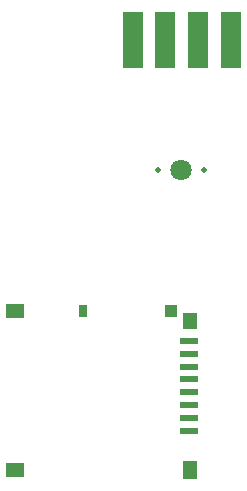
<source format=gbr>
G04 DipTrace 5.1.0.3*
G04 BottomPaste.gbr*
%MOIN*%
G04 #@! TF.FileFunction,Paste,Bot*
G04 #@! TF.Part,Single*
%ADD63C,0.019685*%
%ADD65C,0.070866*%
%ADD71R,0.019685X0.003937*%
%ADD73R,0.070866X0.188976*%
%ADD75R,0.059055X0.051181*%
%ADD77R,0.051181X0.055118*%
%ADD79R,0.031496X0.043307*%
%ADD81R,0.043307X0.043307*%
%ADD83R,0.051181X0.059055*%
%ADD85R,0.059055X0.021654*%
%FSLAX26Y26*%
G04*
G70*
G90*
G75*
G01*
G04 BotPaste*
%LPD*%
D85*
X1007077Y1303021D3*
Y1346328D3*
Y1389635D3*
Y1432942D3*
Y1476249D3*
Y1519556D3*
Y1562864D3*
Y1606171D3*
D83*
X1011014Y1173100D3*
D81*
X946054Y1704596D3*
D79*
X654715D3*
D77*
X1011014Y1671131D3*
D75*
X426369Y1704596D3*
Y1173100D3*
D73*
X1146525Y2608682D3*
X1037470D3*
X928415D3*
X819360D3*
D71*
X1160212Y1604632D3*
Y1584947D3*
X1160213Y1565262D3*
X1160214Y1545577D3*
Y1525892D3*
X1160215Y1506207D3*
X1160216Y1486522D3*
Y1466837D3*
X1097224Y1466835D3*
X1097223Y1486520D3*
Y1506205D3*
X1097222Y1525890D3*
X1097221Y1545575D3*
Y1565260D3*
X1097220Y1584945D3*
Y1604630D3*
D65*
X980360Y2174521D3*
D63*
X903530Y2174692D3*
X1056386Y2174344D3*
M02*

</source>
